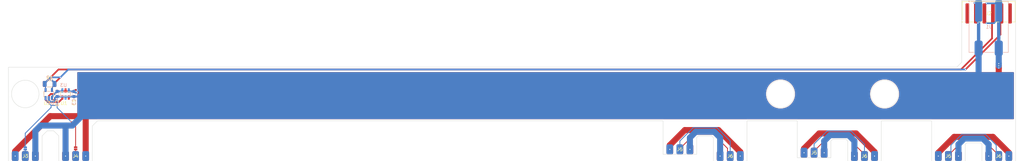
<source format=kicad_pcb>
(kicad_pcb (version 20240108) (generator "pcbnew") (generator_version "8.0")
  (layers (0 "F.Cu" signal) (31 "B.Cu" signal) (34 "B.Paste" user) (35 "F.Paste" user) (36 "B.SilkS" user "B.Silkscreen") (37 "F.SilkS" user "F.Silkscreen") (38 "B.Mask" user) (39 "F.Mask" user) (44 "Edge.Cuts" user))
  (net 0 "")
  (net 1 "GND")
  (net 2 "+12V")
  (net 3 "DATA")
  (net 4 "RS485_A")
  (net 5 "RS485_B")
  (net 6 "+5V_A")
  (net 7 "Net-(J4-Pin_2)")
  (net 8 "+5V_B")
  (net 9 "Net-(J3-Pin_2)")
  (net 10 "Net-(J5-Pin_3)")
  (net 11 "Net-(J5-Pin_2)")
  (net 12 "Net-(J5-Pin_1)")
  (footprint "Resistor_SMD:R_1206_3216Metric" (layer "F.Cu") (at -7.75 97)
    (property "Reference" "R1" (at 0 -1.82 0) (layer "F.SilkS"))
    (property "Value" "120R")
    (fp_line (start -0.727064 -0.91) (end 0.727064 -0.91) (stroke (width 0.12)) (layer "F.SilkS"))
    (fp_line (start -0.727064 0.91) (end 0.727064 0.91) (stroke (width 0.12)) (layer "F.SilkS"))
    (pad "1" smd roundrect (at -1.4625 0) (size 1.125 1.75) (layers "F.Cu" "F.Paste" "F.Mask") (roundrect_rratio 0.222222) (net 4 "RS485_A"))
    (pad "2" smd roundrect (at 1.4625 0) (size 1.125 1.75) (layers "F.Cu" "F.Paste" "F.Mask") (roundrect_rratio 0.222222) (net 5 "RS485_B"))
  )
  (footprint "local:ISL3280E" (layer "F.Cu") (at -8 100)
    (property "Reference" "U2" (at -0.5 2.75 0) (layer "F.SilkS"))
    (property "Value" "ISL3280ExHZ")
    (fp_line (start -1.525 0.725) (end -1.425 0.725) (stroke (width 0.15)) (layer "F.SilkS"))
    (fp_line (start -1.525 0.875) (end -1.525 0.725) (stroke (width 0.15)) (layer "F.SilkS"))
    (fp_line (start -1.45 -0.8) (end -1.45 0.2) (stroke (width 0.15)) (layer "F.SilkS"))
    (fp_line (start -1.425 -0.8) (end -1.45 -0.8) (stroke (width 0.15)) (layer "F.SilkS"))
    (fp_line (start -1.425 0.875) (end -1.525 0.875) (stroke (width 0.15)) (layer "F.SilkS"))
    (fp_line (start 0.475 -0.8) (end -0.475 -0.8) (stroke (width 0.15)) (layer "F.SilkS"))
    (fp_line (start 1.425 0.8) (end 1.45 0.8) (stroke (width 0.15)) (layer "F.SilkS"))
    (fp_line (start 1.45 -0.8) (end 1.425 -0.8) (stroke (width 0.15)) (layer "F.SilkS"))
    (fp_line (start 1.45 0.8) (end 1.45 -0.8) (stroke (width 0.15)) (layer "F.SilkS"))
    (pad "1" smd roundrect (at -0.95 1.2) (size 0.6 1.2) (layers "F.Cu" "F.Paste" "F.Mask") (net 6 "+5V_A"))
    (pad "2" smd roundrect (at 0 1.2) (size 0.6 1.2) (layers "F.Cu" "F.Paste" "F.Mask") (net 1 "GND"))
    (pad "3" smd roundrect (at 0.95 1.2) (size 0.6 1.2) (layers "F.Cu" "F.Paste" "F.Mask") (net 3 "DATA"))
    (pad "4" smd roundrect (at 0.95 -1.2) (size 0.6 1.2) (layers "F.Cu" "F.Paste" "F.Mask") (net 5 "RS485_B"))
    (pad "5" smd roundrect (at -0.95 -1.2) (size 0.6 1.2) (layers "F.Cu" "F.Paste" "F.Mask") (net 4 "RS485_A"))
  )
  (footprint "Capacitor_SMD:C_0603_1608Metric" (layer "F.Cu") (at -0.5 100 -90)
    (property "Reference" "C1" (at 2.5 0 90) (layer "F.SilkS"))
    (property "Value" "100n")
    (fp_line (start -0.14058 0.51) (end 0.14058 0.51) (stroke (width 0.12)) (layer "F.SilkS"))
    (fp_line (start -0.14058 -0.51) (end 0.14058 -0.51) (stroke (width 0.12)) (layer "F.SilkS"))
    (pad "1" smd roundrect (at -0.775 0 270) (size 0.9 0.95) (layers "F.Cu" "F.Paste" "F.Mask") (net 1 "GND"))
    (pad "2" smd roundrect (at 0.775 0 270) (size 0.9 0.95) (layers "F.Cu" "F.Paste" "F.Mask") (net 2 "+12V"))
  )
  (footprint "local:Jumper" (layer "F.Cu") (at 0 116.185 -90)
    (property "Reference" "JP2" (hide yes))
    (property "Value" "Jumper_2_Open" (hide yes))
    (pad "1" smd rect (at -0.315 0 270) (size 0.5 1) (layers "F.Cu" "F.Paste" "F.Mask") (net 3 "DATA"))
    (pad "2" smd rect (at 0.315 0 270) (size 0.5 1) (layers "F.Cu" "F.Paste" "F.Mask") (net 7 "Net-(J4-Pin_2)"))
  )
  (footprint "local:Harting14110413002000" (layer "F.Cu") (at 272 76)
    (property "Reference" "J2" (at 0 0 0) (layer "F.SilkS"))
    (property "Value" "har-flexicon 2,54 MSH-4")
    (fp_line (start -7.975 2.475) (end -7.825 2.475) (stroke (width 0.15)) (layer "F.SilkS"))
    (fp_line (start -7.975 2.625) (end -7.975 2.475) (stroke (width 0.15)) (layer "F.SilkS"))
    (fp_line (start -7.9 -3.55) (end -7.9 1.95) (stroke (width 0.15)) (layer "F.SilkS"))
    (fp_line (start -7.825 2.475) (end -7.825 2.625) (stroke (width 0.15)) (layer "F.SilkS"))
    (fp_line (start -7.825 2.625) (end -7.975 2.625) (stroke (width 0.15)) (layer "F.SilkS"))
    (fp_line (start -7.3 2.55) (end -7.075 2.55) (stroke (width 0.15)) (layer "F.SilkS"))
    (fp_line (start -5.625 2.55) (end -4.535 2.55) (stroke (width 0.15)) (layer "F.SilkS"))
    (fp_line (start -3.085 2.55) (end -1.995 2.55) (stroke (width 0.15)) (layer "F.SilkS"))
    (fp_line (start -0.545 2.55) (end 0.545 2.55) (stroke (width 0.15)) (layer "F.SilkS"))
    (fp_line (start 1.995 2.55) (end 3.085 2.55) (stroke (width 0.15)) (layer "F.SilkS"))
    (fp_line (start 4.535 2.55) (end 5.625 2.55) (stroke (width 0.15)) (layer "F.SilkS"))
    (fp_line (start 7.075 2.55) (end 7.9 2.55) (stroke (width 0.15)) (layer "F.SilkS"))
    (fp_line (start 7.9 -3.55) (end -7.9 -3.55) (stroke (width 0.15)) (layer "F.SilkS"))
    (fp_line (start 7.9 2.55) (end 7.9 -3.55) (stroke (width 0.15)) (layer "F.SilkS"))
    (pad "" np_thru_hole circle (at -5.08 -0.25) (size 0.9 0.9) (drill 0.9) (layers "*.Cu" "*.Mask"))
    (pad "" np_thru_hole circle (at 5.08 0.25) (size 0.9 0.9) (drill 0.9) (layers "*.Cu" "*.Mask"))
    (pad "1" smd roundrect (at -3.81 0) (size 1.1 6) (layers "F.Cu" "F.Paste" "F.Mask") (net 1 "GND"))
    (pad "2" smd roundrect (at -1.27 0) (size 1.1 6) (layers "F.Cu" "F.Paste" "F.Mask") (net 2 "+12V"))
    (pad "3" smd roundrect (at 1.27 0) (size 1.1 6) (layers "F.Cu" "F.Paste" "F.Mask") (net 4 "RS485_A"))
    (pad "4" smd roundrect (at 3.81 0) (size 1.1 6) (layers "F.Cu" "F.Paste" "F.Mask") (net 5 "RS485_B"))
    (pad "MP1" smd roundrect (at -6.35 0) (size 1.1 6) (layers "F.Cu" "F.Paste" "F.Mask"))
    (pad "MP2" smd roundrect (at 6.35 0) (size 1.1 6) (layers "F.Cu" "F.Paste" "F.Mask"))
  )
  (footprint "local:LedConnector3pin10mm" (layer "F.Cu") (at 0 118.5 180)
    (property "Reference" "J4" (at 0 0 180) (layer "F.SilkS"))
    (property "Value" "Conn_01x05_Socket")
    (pad "1" thru_hole roundrect (at -3 0 180) (size 2 3) (drill 0.3) (layers "*.Cu" "*.Mask") (net 2 "+12V"))
    (pad "2" thru_hole roundrect (at 0 0 180) (size 2 3) (drill 0.3) (layers "*.Cu" "*.Mask") (net 7 "Net-(J4-Pin_2)"))
    (pad "3" thru_hole roundrect (at 3 0 180) (size 2 3) (drill 0.3) (layers "*.Cu" "*.Mask") (net 1 "GND"))
  )
  (footprint "local:LedConnector" (layer "F.Cu") (at 235 118.5 180)
    (property "Reference" "J6" (at 0 0 0) (layer "F.SilkS"))
    (property "Value" "Conn_01x05_Socket")
    (pad "1" thru_hole roundrect (at -3 0 180) (size 2 3) (drill 0.3) (layers "*.Cu" "*.Mask"))
    (pad "2" thru_hole roundrect (at 0 0 180) (size 2 3) (drill 0.3) (layers "*.Cu" "*.Mask"))
    (pad "3" thru_hole roundrect (at 3 0 180) (size 2 3) (drill 0.3) (layers "*.Cu" "*.Mask"))
  )
  (footprint "local:LedConnector3pin10mm" (layer "F.Cu") (at 260 118.5)
    (property "Reference" "J5" (at 0 0 0) (layer "F.SilkS"))
    (property "Value" "Conn_01x05_Socket")
    (pad "1" thru_hole roundrect (at -3 0) (size 2 3) (drill 0.3) (layers "*.Cu" "*.Mask") (net 12 "Net-(J5-Pin_1)"))
    (pad "2" thru_hole roundrect (at 0 0) (size 2 3) (drill 0.3) (layers "*.Cu" "*.Mask") (net 11 "Net-(J5-Pin_2)"))
    (pad "3" thru_hole roundrect (at 3 0) (size 2 3) (drill 0.3) (layers "*.Cu" "*.Mask") (net 10 "Net-(J5-Pin_3)"))
  )
  (footprint "local:LedConnector" (layer "F.Cu") (at 180 116.5)
    (property "Reference" "J5" (at 0 0 0) (layer "F.SilkS"))
    (property "Value" "Conn_01x05_Socket")
    (pad "1" thru_hole roundrect (at -3 0) (size 2 3) (drill 0.3) (layers "*.Cu" "*.Mask"))
    (pad "2" thru_hole roundrect (at 0 0) (size 2 3) (drill 0.3) (layers "*.Cu" "*.Mask"))
    (pad "3" thru_hole roundrect (at 3 0) (size 2 3) (drill 0.3) (layers "*.Cu" "*.Mask"))
  )
  (footprint "local:LedConnector3pin10mm" (layer "F.Cu") (at 275 118.5 180)
    (property "Reference" "J6" (at 0 0 180) (layer "F.SilkS"))
    (property "Value" "Conn_01x05_Socket")
    (pad "1" thru_hole roundrect (at -3 0 180) (size 2 3) (drill 0.3) (layers "*.Cu" "*.Mask") (net 12 "Net-(J5-Pin_1)"))
    (pad "2" thru_hole roundrect (at 0 0 180) (size 2 3) (drill 0.3) (layers "*.Cu" "*.Mask") (net 11 "Net-(J5-Pin_2)"))
    (pad "3" thru_hole roundrect (at 3 0 180) (size 2 3) (drill 0.3) (layers "*.Cu" "*.Mask") (net 10 "Net-(J5-Pin_3)"))
  )
  (footprint "local:TLV760" (layer "F.Cu") (at -3 100)
    (property "Reference" "U1" (at -0.5 2.75 0) (layer "F.SilkS"))
    (property "Value" "TLV76050")
    (fp_line (start -1.525 0.575) (end -1.425 0.575) (stroke (width 0.15)) (layer "F.SilkS"))
    (fp_line (start -1.525 0.725) (end -1.525 0.575) (stroke (width 0.15)) (layer "F.SilkS"))
    (fp_line (start -1.45 -0.65) (end -1.45 0.05) (stroke (width 0.15)) (layer "F.SilkS"))
    (fp_line (start -1.425 0.725) (end -1.525 0.725) (stroke (width 0.15)) (layer "F.SilkS"))
    (fp_line (start -0.475 -0.65) (end -1.45 -0.65) (stroke (width 0.15)) (layer "F.SilkS"))
    (fp_line (start -0.475 0.65) (end 0.475 0.65) (stroke (width 0.15)) (layer "F.SilkS"))
    (fp_line (start 1.425 0.65) (end 1.45 0.65) (stroke (width 0.15)) (layer "F.SilkS"))
    (fp_line (start 1.45 -0.65) (end 0.475 -0.65) (stroke (width 0.15)) (layer "F.SilkS"))
    (fp_line (start 1.45 0.65) (end 1.45 -0.65) (stroke (width 0.15)) (layer "F.SilkS"))
    (pad "1" smd roundrect (at -0.95 1.05) (size 0.6 1.3) (layers "F.Cu" "F.Paste" "F.Mask") (net 6 "+5V_A"))
    (pad "2" smd roundrect (at 0.95 1.05) (size 0.6 1.3) (layers "F.Cu" "F.Paste" "F.Mask") (net 2 "+12V"))
    (pad "3" smd roundrect (at 0 -1.05) (size 0.6 1.3) (layers "F.Cu" "F.Paste" "F.Mask") (net 1 "GND"))
  )
  (footprint "local:LedConnector3pin10mm" (layer "F.Cu") (at -15 118.5)
    (property "Reference" "J3" (at 0 0 0) (layer "F.SilkS"))
    (property "Value" "Conn_01x05_Socket")
    (pad "1" thru_hole roundrect (at -3 0) (size 2 3) (drill 0.3) (layers "*.Cu" "*.Mask") (net 2 "+12V"))
    (pad "2" thru_hole roundrect (at 0 0) (size 2 3) (drill 0.3) (layers "*.Cu" "*.Mask") (net 9 "Net-(J3-Pin_2)"))
    (pad "3" thru_hole roundrect (at 3 0) (size 2 3) (drill 0.3) (layers "*.Cu" "*.Mask") (net 1 "GND"))
  )
  (footprint "Capacitor_SMD:C_0603_1608Metric" (layer "F.Cu") (at -5.5 100 90)
    (property "Reference" "C2" (at -2.7 0 90) (layer "F.SilkS"))
    (property "Value" "100n")
    (fp_line (start -0.14058 -0.51) (end 0.14058 -0.51) (stroke (width 0.12)) (layer "F.SilkS"))
    (fp_line (start -0.14058 0.51) (end 0.14058 0.51) (stroke (width 0.12)) (layer "F.SilkS"))
    (pad "1" smd roundrect (at -0.775 0 90) (size 0.9 0.95) (layers "F.Cu" "F.Paste" "F.Mask") (net 6 "+5V_A"))
    (pad "2" smd roundrect (at 0.775 0 90) (size 0.9 0.95) (layers "F.Cu" "F.Paste" "F.Mask") (net 1 "GND"))
  )
  (footprint "local:LedConnector" (layer "F.Cu") (at 220 117.5)
    (property "Reference" "J5" (at 0 0 0) (layer "F.SilkS"))
    (property "Value" "Conn_01x05_Socket")
    (pad "1" thru_hole roundrect (at -3 0) (size 2 3) (drill 0.3) (layers "*.Cu" "*.Mask"))
    (pad "2" thru_hole roundrect (at 0 0) (size 2 3) (drill 0.3) (layers "*.Cu" "*.Mask"))
    (pad "3" thru_hole roundrect (at 3 0) (size 2 3) (drill 0.3) (layers "*.Cu" "*.Mask"))
  )
  (footprint "local:LedConnector" (layer "F.Cu") (at 195 118.5 180)
    (property "Reference" "J6" (at 0 0 0) (layer "F.SilkS"))
    (property "Value" "Conn_01x05_Socket")
    (pad "1" thru_hole roundrect (at -3 0 180) (size 2 3) (drill 0.3) (layers "*.Cu" "*.Mask"))
    (pad "2" thru_hole roundrect (at 0 0 180) (size 2 3) (drill 0.3) (layers "*.Cu" "*.Mask"))
    (pad "3" thru_hole roundrect (at 3 0 180) (size 2 3) (drill 0.3) (layers "*.Cu" "*.Mask"))
  )
  (footprint "local:WAGO2061-602" (layer "B.Cu") (at 272 80)
    (property "Reference" "J1" (at 0 0 0) (layer "B.SilkS") (effects (justify mirror)))
    (property "Value" "WAGO 2061-602")
    (fp_line (start -5.925 -7.675) (end -5.775 -7.675) (stroke (width 0.15)) (layer "B.SilkS"))
    (fp_line (start -5.925 -7.525) (end -5.925 -7.675) (stroke (width 0.15)) (layer "B.SilkS"))
    (fp_line (start -5.85 -7) (end -5.85 7.6) (stroke (width 0.15)) (layer "B.SilkS"))
    (fp_line (start -5.85 7.6) (end -4.375 7.6) (stroke (width 0.15)) (layer "B.SilkS"))
    (fp_line (start -5.775 -7.675) (end -5.775 -7.525) (stroke (width 0.15)) (layer "B.SilkS"))
    (fp_line (start -5.775 -7.525) (end -5.925 -7.525) (stroke (width 0.15)) (layer "B.SilkS"))
    (fp_line (start -4.225 -7.6) (end -5.25 -7.6) (stroke (width 0.15)) (layer "B.SilkS"))
    (fp_line (start -1.625 7.6) (end 1.625 7.6) (stroke (width 0.15)) (layer "B.SilkS"))
    (fp_line (start 1.775 -7.6) (end -1.775 -7.6) (stroke (width 0.15)) (layer "B.SilkS"))
    (fp_line (start 4.375 7.6) (end 5.85 7.6) (stroke (width 0.15)) (layer "B.SilkS"))
    (fp_line (start 5.85 -7.6) (end 4.225 -7.6) (stroke (width 0.15)) (layer "B.SilkS"))
    (fp_line (start 5.85 7.6) (end 5.85 -7.6) (stroke (width 0.15)) (layer "B.SilkS"))
    (pad "1" smd roundrect (at -3 -4.75) (size 2.1 6.5) (layers "B.Cu" "B.Paste" "B.Mask") (net 1 "GND"))
    (pad "1" smd roundrect (at -3 6.35) (size 2.4 4.5) (layers "B.Cu" "B.Paste" "B.Mask") (net 1 "GND"))
    (pad "2" smd roundrect (at 3 -4.75) (size 2.1 6.5) (layers "B.Cu" "B.Paste" "B.Mask") (net 2 "+12V"))
    (pad "2" smd roundrect (at 3 6.35) (size 2.4 4.5) (layers "B.Cu" "B.Paste" "B.Mask") (net 2 "+12V"))
  )
  (footprint "Resistor_SMD:R_1206_3216Metric" (layer "B.Cu") (at -7.75 97 180)
    (property "Reference" "R2" (at 0 1.82 0) (layer "B.SilkS") (effects (justify mirror)))
    (property "Value" "120R")
    (fp_line (start 0.727064 0.91) (end -0.727064 0.91) (stroke (width 0.12)) (layer "B.SilkS"))
    (fp_line (start 0.727064 -0.91) (end -0.727064 -0.91) (stroke (width 0.12)) (layer "B.SilkS"))
    (pad "1" smd roundrect (at -1.4625 0 180) (size 1.125 1.75) (layers "B.Cu" "B.Paste" "B.Mask") (roundrect_rratio 0.222222) (net 4 "RS485_A"))
    (pad "2" smd roundrect (at 1.4625 0 180) (size 1.125 1.75) (layers "B.Cu" "B.Paste" "B.Mask") (roundrect_rratio 0.222222) (net 5 "RS485_B"))
  )
  (footprint "local:TLV760" (layer "B.Cu") (at -3 100)
    (property "Reference" "U3" (at -0.6 -2.6 0) (layer "B.SilkS") (effects (justify mirror)))
    (property "Value" "TLV76050")
    (fp_line (start -1.525 -0.725) (end -1.425 -0.725) (stroke (width 0.15)) (layer "B.SilkS"))
    (fp_line (start -1.525 -0.575) (end -1.525 -0.725) (stroke (width 0.15)) (layer "B.SilkS"))
    (fp_line (start -1.45 -0.05) (end -1.45 0.65) (stroke (width 0.15)) (layer "B.SilkS"))
    (fp_line (start -1.45 0.65) (end -0.475 0.65) (stroke (width 0.15)) (layer "B.SilkS"))
    (fp_line (start -1.425 -0.575) (end -1.525 -0.575) (stroke (width 0.15)) (layer "B.SilkS"))
    (fp_line (start 0.475 -0.65) (end -0.475 -0.65) (stroke (width 0.15)) (layer "B.SilkS"))
    (fp_line (start 0.475 0.65) (end 1.45 0.65) (stroke (width 0.15)) (layer "B.SilkS"))
    (fp_line (start 1.45 -0.65) (end 1.425 -0.65) (stroke (width 0.15)) (layer "B.SilkS"))
    (fp_line (start 1.45 0.65) (end 1.45 -0.65) (stroke (width 0.15)) (layer "B.SilkS"))
    (pad "1" smd roundrect (at -0.95 -1.05) (size 0.6 1.3) (layers "B.Cu" "B.Paste" "B.Mask") (net 8 "+5V_B"))
    (pad "2" smd roundrect (at 0.95 -1.05) (size 0.6 1.3) (layers "B.Cu" "B.Paste" "B.Mask") (net 2 "+12V"))
    (pad "3" smd roundrect (at 0 1.05) (size 0.6 1.3) (layers "B.Cu" "B.Paste" "B.Mask") (net 1 "GND"))
  )
  (footprint "Capacitor_SMD:C_0603_1608Metric" (layer "B.Cu") (at -0.5 100 90)
    (property "Reference" "C3" (at -2.4 0 90) (layer "B.SilkS") (effects (justify mirror)))
    (property "Value" "100n")
    (fp_line (start 0.14058 -0.51) (end -0.14058 -0.51) (stroke (width 0.12)) (layer "B.SilkS"))
    (fp_line (start 0.14058 0.51) (end -0.14058 0.51) (stroke (width 0.12)) (layer "B.SilkS"))
    (pad "1" smd roundrect (at -0.775 0 90) (size 0.9 0.95) (layers "B.Cu" "B.Paste" "B.Mask") (net 1 "GND"))
    (pad "2" smd roundrect (at 0.775 0 90) (size 0.9 0.95) (layers "B.Cu" "B.Paste" "B.Mask") (net 2 "+12V"))
  )
  (footprint "local:ISL3280E" (layer "B.Cu") (at -8 100 180)
    (property "Reference" "U4" (at -0.7 -2.7 0) (layer "B.SilkS") (effects (justify mirror)))
    (property "Value" "ISL3280ExHZ")
    (fp_line (start 1.45 0.8) (end 1.45 -0.8) (stroke (width 0.15)) (layer "B.SilkS"))
    (fp_line (start 1.45 -0.8) (end 1.425 -0.8) (stroke (width 0.15)) (layer "B.SilkS"))
    (fp_line (start 1.425 0.8) (end 1.45 0.8) (stroke (width 0.15)) (layer "B.SilkS"))
    (fp_line (start -0.475 0.8) (end 0.475 0.8) (stroke (width 0.15)) (layer "B.SilkS"))
    (fp_line (start -1.425 -0.725) (end -1.525 -0.725) (stroke (width 0.15)) (layer "B.SilkS"))
    (fp_line (start -1.45 0.8) (end -1.425 0.8) (stroke (width 0.15)) (layer "B.SilkS"))
    (fp_line (start -1.45 -0.2) (end -1.45 0.8) (stroke (width 0.15)) (layer "B.SilkS"))
    (fp_line (start -1.525 -0.725) (end -1.525 -0.875) (stroke (width 0.15)) (layer "B.SilkS"))
    (fp_line (start -1.525 -0.875) (end -1.425 -0.875) (stroke (width 0.15)) (layer "B.SilkS"))
    (pad "1" smd roundrect (at -0.95 -1.2 180) (size 0.6 1.2) (layers "B.Cu" "B.Paste" "B.Mask") (net 8 "+5V_B"))
    (pad "2" smd roundrect (at 0 -1.2 180) (size 0.6 1.2) (layers "B.Cu" "B.Paste" "B.Mask") (net 1 "GND"))
    (pad "3" smd roundrect (at 0.95 -1.2 180) (size 0.6 1.2) (layers "B.Cu" "B.Paste" "B.Mask") (net 3 "DATA"))
    (pad "4" smd roundrect (at 0.95 1.2 180) (size 0.6 1.2) (layers "B.Cu" "B.Paste" "B.Mask") (net 5 "RS485_B"))
    (pad "5" smd roundrect (at -0.95 1.2 180) (size 0.6 1.2) (layers "B.Cu" "B.Paste" "B.Mask") (net 4 "RS485_A"))
  )
  (footprint "local:Jumper" (layer "B.Cu") (at -15 116.215 -90)
    (property "Reference" "JP1" (hide yes))
    (property "Value" "Jumper_2_Open" (hide yes))
    (pad "1" smd rect (at -0.315 0 270) (size 0.5 1) (layers "B.Cu" "B.Paste" "B.Mask") (net 3 "DATA"))
    (pad "2" smd rect (at 0.315 0 270) (size 0.5 1) (layers "B.Cu" "B.Paste" "B.Mask") (net 9 "Net-(J3-Pin_2)"))
  )
  (footprint "Capacitor_SMD:C_0603_1608Metric" (layer "B.Cu") (at -5.5 100 -90)
    (property "Reference" "C4" (at 2.7 0 90) (layer "B.SilkS") (effects (justify mirror)))
    (property "Value" "100n")
    (fp_line (start 0.14058 0.51) (end -0.14058 0.51) (stroke (width 0.12)) (layer "B.SilkS"))
    (fp_line (start 0.14058 -0.51) (end -0.14058 -0.51) (stroke (width 0.12)) (layer "B.SilkS"))
    (pad "1" smd roundrect (at -0.775 0 270) (size 0.9 0.95) (layers "B.Cu" "B.Paste" "B.Mask") (net 8 "+5V_B"))
    (pad "2" smd roundrect (at 0.775 0 270) (size 0.9 0.95) (layers "B.Cu" "B.Paste" "B.Mask") (net 1 "GND"))
  )
  (gr_poly (pts (xy -10 120) (xy -10 112.5) (xy -8.5 111) (xy -6.5 111) (xy -5 112.5) (xy -5 120) (xy 5 120) (xy 5 109.5) (xy 6.5 108) (xy 175 108) (xy 175 118) (xy 185 118) (xy 185 113) (xy 185.5 112.5) (xy 189.5 112.5) (xy 190 113) (xy 190 120) (xy 200 120) (xy 200 108) (xy 215 108) (xy 215 119) (xy 225 119) (xy 225 114) (xy 225.5 113.5) (xy 229.5 113.5) (xy 230 114) (xy 230 120) (xy 240 120) (xy 240 108) (xy 255 108) (xy 255 120) (xy 265 120) (xy 265 115) (xy 265.5 114.5) (xy 269.5 114.5) (xy 270 115) (xy 270 120) (xy 280 120) (xy 280 72.05) (xy 264 72.05) (xy 264 90.5) (xy 262.5 92) (xy -20 92) (xy -20 120)) (stroke (width 0.1)) (fill none) (layer "Edge.Cuts"))
  (gr_circle (center -15 100) (end -10.9 100) (stroke (width 0.1)) (fill none) (layer "Edge.Cuts"))
  (gr_circle (center 241 100) (end 245.1 100) (stroke (width 0.1)) (fill none) (layer "Edge.Cuts"))
  (gr_circle (center 210 100) (end 214.1 100) (stroke (width 0.1)) (fill none) (layer "Edge.Cuts"))
  (segment (start 221.5 111.75) (end 232.5 111.75) (width 1.8) (layer "F.Cu") (net 0))
  (segment (start 177 115.25) (end 181.5 110.75) (width 1.8) (layer "F.Cu") (net 0))
  (segment (start 217 116.25) (end 221.5 111.75) (width 1.8) (layer "F.Cu") (net 0))
  (segment (start 181.5 110.75) (end 191.5 110.75) (width 1.8) (layer "F.Cu") (net 0))
  (segment (start 180 116.5) (end 180 116.3) (width 0.25) (layer "F.Cu") (net 0))
  (segment (start 198 117.25) (end 198 118.5) (width 1.8) (layer "F.Cu") (net 0))
  (segment (start 217 117.5) (end 217 116.25) (width 1.8) (layer "F.Cu") (net 0))
  (segment (start 180 116.3) (end 184.3 112) (width 0.25) (layer "F.Cu") (net 0))
  (segment (start 191.5 110.75) (end 198 117.25) (width 1.8) (layer "F.Cu") (net 0))
  (segment (start 194.2 116.2) (end 194.2 117.7) (width 0.25) (layer "F.Cu") (net 0))
  (segment (start 220 117.5) (end 220 117) (width 0.25) (layer "F.Cu") (net 0))
  (segment (start 235 118) (end 235 118.5) (width 0.25) (layer "F.Cu") (net 0))
  (segment (start 238 117.25) (end 238 118.5) (width 1.8) (layer "F.Cu") (net 0))
  (segment (start 194.2 117.7) (end 195 118.5) (width 0.25) (layer "F.Cu") (net 0))
  (segment (start 177 116.5) (end 177 115.25) (width 1.8) (layer "F.Cu") (net 0))
  (segment (start 232.5 111.75) (end 238 117.25) (width 1.8) (layer "F.Cu") (net 0))
  (segment (start 224 113) (end 230 113) (width 0.25) (layer "F.Cu") (net 0))
  (segment (start 190 112) (end 194.2 116.2) (width 0.25) (layer "F.Cu") (net 0))
  (segment (start 184.3 112) (end 190 112) (width 0.25) (layer "F.Cu") (net 0))
  (segment (start 220 117) (end 224 113) (width 0.25) (layer "F.Cu") (net 0))
  (segment (start 230 113) (end 235 118) (width 0.25) (layer "F.Cu") (net 0))
  (segment (start 192 113) (end 192 118.5) (width 1.8) (layer "B.Cu") (net 0))
  (segment (start 195 114) (end 195 118.5) (width 0.25) (layer "B.Cu") (net 0))
  (segment (start 183 113) (end 184.75 111.25) (width 1.8) (layer "B.Cu") (net 0))
  (segment (start 224.75 112.25) (end 230.25 112.25) (width 1.8) (layer "B.Cu") (net 0))
  (segment (start 230.25 112.25) (end 232 114) (width 1.8) (layer "B.Cu") (net 0))
  (segment (start 231 111) (end 235 115) (width 0.25) (layer "B.Cu") (net 0))
  (segment (start 183 116.5) (end 183 113) (width 1.8) (layer "B.Cu") (net 0))
  (segment (start 180 116.5) (end 180 114) (width 0.25) (layer "B.Cu") (net 0))
  (segment (start 190.25 111.25) (end 192 113) (width 1.8) (layer "B.Cu") (net 0))
  (segment (start 220 114.875) (end 223.875 111) (width 0.25) (layer "B.Cu") (net 0))
  (segment (start 223.875 111) (end 231 111) (width 0.25) (layer "B.Cu") (net 0))
  (segment (start 232 114) (end 232 118.5) (width 1.8) (layer "B.Cu") (net 0))
  (segment (start 223 114) (end 224.75 112.25) (width 1.8) (layer "B.Cu") (net 0))
  (segment (start 223 117.5) (end 223 114) (width 1.8) (layer "B.Cu") (net 0))
  (segment (start 180 114) (end 184 110) (width 0.25) (layer "B.Cu") (net 0))
  (segment (start 184.75 111.25) (end 190.25 111.25) (width 1.8) (layer "B.Cu") (net 0))
  (segment (start 235 115) (end 235 118.5) (width 0.25) (layer "B.Cu") (net 0))
  (segment (start 191 110) (end 195 114) (width 0.25) (layer "B.Cu") (net 0))
  (segment (start 184 110) (end 191 110) (width 0.25) (layer "B.Cu") (net 0))
  (segment (start 220 117.5) (end 220 114.875) (width 0.25) (layer "B.Cu") (net 0))
  (segment (start -8 100.6) (end -7.4 100) (width 0.5) (layer "F.Cu") (net 1))
  (segment (start 268.19 78.29) (end 268.19 76) (width 0.5) (layer "F.Cu") (net 1))
  (segment (start -0.5 99.225) (end -2.725 99.225) (width 0.5) (layer "F.Cu") (net 1))
  (segment (start -8 101.2) (end -8 100.6) (width 0.5) (layer "F.Cu") (net 1))
  (segment (start -3.275 99.225) (end -3 98.95) (width 0.5) (layer "F.Cu") (net 1))
  (segment (start 0.5 98.8) (end -0.075 98.8) (width 0.5) (layer "F.Cu") (net 1))
  (segment (start 268.19 73.29) (end 268.19 76) (width 0.5) (layer "F.Cu") (net 1))
  (segment (start 267.8 72.9) (end 268.19 73.29) (width 0.5) (layer "F.Cu") (net 1))
  (segment (start 268.8 78.9) (end 268.19 78.29) (width 0.5) (layer "F.Cu") (net 1))
  (segment (start -6.275 100) (end -5.5 99.225) (width 0.5) (layer "F.Cu") (net 1))
  (segment (start -7.4 100) (end -6.275 100) (width 0.5) (layer "F.Cu") (net 1))
  (segment (start -2.725 99.225) (end -3 98.95) (width 0.5) (layer "F.Cu") (net 1))
  (segment (start -5.5 99.225) (end -3.275 99.225) (width 0.5) (layer "F.Cu") (net 1))
  (segment (start -0.075 98.8) (end -0.5 99.225) (width 0.5) (layer "F.Cu") (net 1))
  (via (at 267.8 72.9) (size 0.5) (drill 0.3) (layers "F.Cu" "B.Cu") (net 1))
  (via (at 268.8 78.9) (size 0.5) (drill 0.3) (layers "F.Cu" "B.Cu") (net 1))
  (via (at 0.5 98.8) (size 0.5) (drill 0.3) (layers "F.Cu" "B.Cu") (net 1))
  (segment (start -3 109.45) (end -2.95 109.4) (width 1.8) (layer "B.Cu") (net 1))
  (segment (start -5.5 100.775) (end -3.275 100.775) (width 0.5) (layer "B.Cu") (net 1))
  (segment (start -12 111) (end -10.4 109.4) (width 1.8) (layer "B.Cu") (net 1))
  (segment (start 268.4 72.9) (end 267.8 72.9) (width 0.5) (layer "B.Cu") (net 1))
  (segment (start -6.2 102) (end -6.5 102.3) (width 0.5) (layer "B.Cu") (net 1))
  (segment (start 269 78.7) (end 269 75.25) (width 0.5) (layer "B.Cu") (net 1))
  (segment (start 269 86.35) (end 269 94.55) (width 1.8) (layer "B.Cu") (net 1))
  (segment (start -8 101.8) (end -7.5 102.3) (width 0.5) (layer "B.Cu") (net 1))
  (segment (start -2.725 100.775) (end -3 101.05) (width 0.5) (layer "B.Cu") (net 1))
  (segment (start -1 109.4) (end 1.8 106.6) (width 1.8) (layer "B.Cu") (net 1))
  (segment (start 269 75.25) (end 269 86.35) (width 1) (layer "B.Cu") (net 1))
  (segment (start -6.2 101.2) (end -5.775 100.775) (width 0.5) (layer "B.Cu") (net 1))
  (segment (start -10.4 109.4) (end -2.95 109.4) (width 1.8) (layer "B.Cu") (net 1))
  (segment (start -0.5 100.775) (end 1.275 100.775) (width 0.5) (layer "B.Cu") (net 1))
  (segment (start -5.775 100.775) (end -5.5 100.775) (width 0.5) (layer "B.Cu") (net 1))
  (segment (start -3 118.5) (end -3 109.45) (width 1.8) (layer "B.Cu") (net 1))
  (segment (start -0.5 100.775) (end -2.725 100.775) (width 0.5) (layer "B.Cu") (net 1))
  (segment (start 269 75.25) (end 269 73.5) (width 0.5) (layer "B.Cu") (net 1))
  (segment (start 268.8 78.9) (end 269 78.7) (width 0.5) (layer "B.Cu") (net 1))
  (segment (start 0.5 98.8) (end 1.3 98.8) (width 0.5) (layer "B.Cu") (net 1))
  (segment (start -12 118.5) (end -12 111) (width 1.8) (layer "B.Cu") (net 1))
  (segment (start -2.95 109.4) (end -1 109.4) (width 1.8) (layer "B.Cu") (net 1))
  (segment (start -8 101.2) (end -8 101.8) (width 0.5) (layer "B.Cu") (net 1))
  (segment (start 269 73.5) (end 268.4 72.9) (width 0.5) (layer "B.Cu") (net 1))
  (segment (start -7.5 102.3) (end -6.5 102.3) (width 0.5) (layer "B.Cu") (net 1))
  (segment (start -3.275 100.775) (end -3 101.05) (width 0.5) (layer "B.Cu") (net 1))
  (segment (start -6.2 102) (end -6.2 101.2) (width 0.5) (layer "B.Cu") (net 1))
  (segment (start 3 106.75) (end 3 118.5) (width 1.8) (layer "F.Cu") (net 2))
  (segment (start 275 91.6) (end 275 92.25) (width 1.8) (layer "F.Cu") (net 2))
  (segment (start -18 118.5) (end -18 117.05) (width 1.8) (layer "F.Cu") (net 2))
  (segment (start -1.775 100.775) (end -2.05 101.05) (width 0.5) (layer "F.Cu") (net 2))
  (segment (start 271.3 78.9) (end 270.73 78.33) (width 0.5) (layer "F.Cu") (net 2))
  (segment (start 271.3 73) (end 270.73 73.57) (width 0.5) (layer "F.Cu") (net 2))
  (segment (start 2.85 106.6) (end 3 106.75) (width 1.8) (layer "F.Cu") (net 2))
  (segment (start -0.5 100.775) (end -1.775 100.775) (width 0.5) (layer "F.Cu") (net 2))
  (segment (start 275 92.25) (end 275 94.6) (width 1.8) (layer "F.Cu") (net 2))
  (segment (start -7.55 106.6) (end 2.85 106.6) (width 1.8) (layer "F.Cu") (net 2))
  (segment (start 270.73 73.57) (end 270.73 76) (width 0.5) (layer "F.Cu") (net 2))
  (segment (start -18 117.05) (end -7.55 106.6) (width 1.8) (layer "F.Cu") (net 2))
  (segment (start 270.73 78.33) (end 270.73 76) (width 0.5) (layer "F.Cu") (net 2))
  (segment (start -0.5 100.775) (end 1.275 100.775) (width 0.5) (layer "F.Cu") (net 2))
  (via (at 275 90.95) (size 0.5) (drill 0.3) (layers "F.Cu" "B.Cu") (net 2))
  (via (at 271.3 73) (size 0.5) (drill 0.3) (layers "F.Cu" "B.Cu") (net 2))
  (via (at 275 91.6) (size 0.5) (drill 0.3) (layers "F.Cu" "B.Cu") (net 2))
  (via (at 275 92.25) (size 0.5) (drill 0.3) (layers "F.Cu" "B.Cu") (net 2))
  (via (at 271.3 78.9) (size 0.5) (drill 0.3) (layers "F.Cu" "B.Cu") (net 2))
  (via (at 0.5 99.6) (size 0.5) (drill 0.3) (layers "F.Cu" "B.Cu") (net 2))
  (segment (start 275 73.4) (end 274.6 73) (width 0.5) (layer "B.Cu") (net 2))
  (segment (start 275 75.25) (end 275 86.35) (width 1) (layer "B.Cu") (net 2))
  (segment (start 275 77.5) (end 273.6 78.9) (width 0.5) (layer "B.Cu") (net 2))
  (segment (start -0.475 99.225) (end -0.5 99.225) (width 0.5) (layer "B.Cu") (net 2))
  (segment (start -0.5 99.225) (end -1.775 99.225) (width 0.5) (layer "B.Cu") (net 2))
  (segment (start 274.6 73) (end 271.3 73) (width 0.5) (layer "B.Cu") (net 2))
  (segment (start 275 90.95) (end 275 91.6) (width 1.8) (layer "B.Cu") (net 2))
  (segment (start 275 75.25) (end 275 73.4) (width 0.5) (layer "B.Cu") (net 2))
  (segment (start 275 86.35) (end 275 90.95) (width 1.8) (layer "B.Cu") (net 2))
  (segment (start 273.6 78.9) (end 271.3 78.9) (width 0.5) (layer "B.Cu") (net 2))
  (segment (start -0.1 99.6) (end -0.475 99.225) (width 0.5) (layer "B.Cu") (net 2))
  (segment (start 275 75.25) (end 275 77.5) (width 0.5) (layer "B.Cu") (net 2))
  (segment (start -1.775 99.225) (end -2.05 98.95) (width 0.5) (layer "B.Cu") (net 2))
  (segment (start 0.5 99.6) (end -0.1 99.6) (width 0.5) (layer "B.Cu") (net 2))
  (segment (start 0 115.87) (end 0 109.6) (width 0.25) (layer "F.Cu") (net 3))
  (segment (start -6.8 101.725) (end -5.525 101.725) (width 0.25) (layer "F.Cu") (net 3))
  (segment (start -5.525 101.725) (end -5.5 101.7) (width 0.25) (layer "F.Cu") (net 3))
  (segment (start 0 109.6) (end -1.6 108) (width 0.25) (layer "F.Cu") (net 3))
  (segment (start -7.05 101.2) (end -7.05 101.475) (width 0.25) (layer "F.Cu") (net 3))
  (segment (start -7.05 101.475) (end -6.8 101.725) (width 0.25) (layer "F.Cu") (net 3))
  (via (at -1.6 108) (size 0.5) (drill 0.3) (layers "F.Cu" "B.Cu") (net 3))
  (via (at -5.5 101.7) (size 0.5) (drill 0.3) (layers "F.Cu" "B.Cu") (net 3))
  (segment (start -7.3 103.4) (end -5.5 103.4) (width 0.25) (layer "B.Cu") (net 3))
  (segment (start -7.3 103.4) (end -7.3 104) (width 0.25) (layer "B.Cu") (net 3))
  (segment (start -7.3 103.4) (end -8.95 101.75) (width 0.25) (layer "B.Cu") (net 3))
  (segment (start -5.5 104.1) (end -1.6 108) (width 0.25) (layer "B.Cu") (net 3))
  (segment (start -8.95 101.75) (end -8.95 101.2) (width 0.25) (layer "B.Cu") (net 3))
  (segment (start -5.5 103.4) (end -5.5 104.1) (width 0.25) (layer "B.Cu") (net 3))
  (segment (start -15 115.9) (end -15 111.7) (width 0.25) (layer "B.Cu") (net 3))
  (segment (start -7.3 104) (end -7.4 104.1) (width 0.25) (layer "B.Cu") (net 3))
  (segment (start -5.5 101.7) (end -5.5 103.4) (width 0.25) (layer "B.Cu") (net 3))
  (segment (start -15 111.7) (end -7.4 104.1) (width 0.25) (layer "B.Cu") (net 3))
  (segment (start -7.703125 95.296875) (end -9.2125 96.80625) (width 0.5) (layer "F.Cu") (net 4))
  (segment (start 273 83.45) (end 263.75 92.7) (width 0.5) (layer "F.Cu") (net 4))
  (segment (start -5.10625 92.7) (end -7.703125 95.296875) (width 0.5) (layer "F.Cu") (net 4))
  (segment (start -7.2 95.8) (end -7.703125 95.296875) (width 0.5) (layer "F.Cu") (net 4))
  (segment (start 263.75 92.7) (end -5.10625 92.7) (width 0.5) (layer "F.Cu") (net 4))
  (segment (start -9.2125 96.80625) (end -9.2125 97) (width 0.5) (layer "F.Cu") (net 4))
  (segment (start 273 76.27) (end 273 83.45) (width 0.5) (layer "F.Cu") (net 4))
  (segment (start -8.95 98.8) (end -8.95 97.2625) (width 0.25) (layer "F.Cu") (net 4))
  (segment (start 273.27 76) (end 273 76.27) (width 0.5) (layer "F.Cu") (net 4))
  (segment (start -8.95 97.2625) (end -9.2125 97) (width 0.25) (layer "F.Cu") (net 4))
  (via (at -7.2 95.8) (size 0.5) (drill 0.3) (layers "F.Cu" "B.Cu") (net 4))
  (segment (start -7.2 95.8) (end -6.3 96.7) (width 0.5) (layer "B.Cu") (net 4))
  (segment (start -6.3 96.9875) (end -6.2875 97) (width 0.5) (layer "B.Cu") (net 4))
  (segment (start -6.9 98.65) (end -6.9 97.9) (width 0.25) (layer "B.Cu") (net 4))
  (segment (start -6.9 97.9) (end -6.4 97.4) (width 0.25) (layer "B.Cu") (net 4))
  (segment (start -7.05 98.8) (end -6.9 98.65) (width 0.25) (layer "B.Cu") (net 4))
  (segment (start -6.3 96.7) (end -6.3 96.9875) (width 0.5) (layer "B.Cu") (net 4))
  (segment (start 265.1 92.7) (end 275.5 82.3) (width 0.5) (layer "F.Cu") (net 5))
  (segment (start -6.2875 96.7875) (end -6.2875 97) (width 0.5) (layer "F.Cu") (net 5))
  (segment (start -6.9 98.65) (end -6.9 97.9) (width 0.25) (layer "F.Cu") (net 5))
  (segment (start 275.5 82.3) (end 275.5 76.31) (width 0.5) (layer "F.Cu") (net 5))
  (segment (start -6.2875 97.2875) (end -6.2875 97) (width 0.25) (layer "F.Cu") (net 5))
  (segment (start -7.05 98.8) (end -6.9 98.65) (width 0.25) (layer "F.Cu") (net 5))
  (segment (start 275.5 76.31) (end 275.81 76) (width 0.5) (layer "F.Cu") (net 5))
  (segment (start -6.9 97.9) (end -6.2875 97.2875) (width 0.25) (layer "F.Cu") (net 5))
  (segment (start -4.55 95.05) (end -6.2875 96.7875) (width 0.5) (layer "F.Cu") (net 5))
  (via (at 265.1 92.7) (size 0.5) (drill 0.3) (layers "F.Cu" "B.Cu") (net 5))
  (via (at -4.55 95.05) (size 0.5) (drill 0.3) (layers "F.Cu" "B.Cu") (net 5))
  (segment (start -8.95 97.2625) (end -9.2125 97) (width 0.25) (layer "B.Cu") (net 5))
  (segment (start -8.95 98.8) (end -8.95 97.2625) (width 0.25) (layer "B.Cu") (net 5))
  (segment (start -2.2 92.7) (end -4.55 95.05) (width 0.5) (layer "B.Cu") (net 5))
  (segment (start -9.2125 96.8125) (end -9.2125 97) (width 0.5) (layer "B.Cu") (net 5))
  (segment (start 265.1 92.7) (end -2.2 92.7) (width 0.5) (layer "B.Cu") (net 5))
  (segment (start -4.55 95.05) (end -7.45 95.05) (width 0.5) (layer "B.Cu") (net 5))
  (segment (start -7.45 95.05) (end -9.2125 96.8125) (width 0.5) (layer "B.Cu") (net 5))
  (segment (start -5 102.4) (end -3.95 101.35) (width 0.5) (layer "F.Cu") (net 6))
  (segment (start -8.3 102.4) (end -5 102.4) (width 0.5) (layer "F.Cu") (net 6))
  (segment (start -5.5 100.775) (end -3.9 100.775) (width 0.5) (layer "F.Cu") (net 6))
  (segment (start -8.95 101.75) (end -8.3 102.4) (width 0.5) (layer "F.Cu") (net 6))
  (segment (start -8.95 101.2) (end -8.95 101.75) (width 0.5) (layer "F.Cu") (net 6))
  (segment (start -3.9 100.775) (end -3.9 101) (width 0.5) (layer "F.Cu") (net 6))
  (segment (start -3.9 101) (end -3.95 101.05) (width 0.5) (layer "F.Cu") (net 6))
  (segment (start -3.95 101.35) (end -3.95 101.05) (width 0.5) (layer "F.Cu") (net 6))
  (segment (start 0 116.63) (end 0 118.5) (width 0.25) (layer "F.Cu") (net 7))
  (segment (start -5.525 99.225) (end -5.5 99.225) (width 0.5) (layer "B.Cu") (net 8))
  (segment (start -4.225 99.225) (end -3.95 98.95) (width 0.5) (layer "B.Cu") (net 8))
  (segment (start -7.05 101.2) (end -7.05 100.75) (width 0.5) (layer "B.Cu") (net 8))
  (segment (start -7.05 100.75) (end -5.525 99.225) (width 0.5) (layer "B.Cu") (net 8))
  (segment (start -5.5 99.225) (end -4.225 99.225) (width 0.5) (layer "B.Cu") (net 8))
  (segment (start -15 116.53) (end -15 118.5) (width 0.25) (layer "B.Cu") (net 9))
  (segment (start 263 115) (end 264.75 113.25) (width 1.8) (layer "B.Cu") (net 10))
  (segment (start 272 115) (end 272 118.5) (width 1.8) (layer "B.Cu") (net 10))
  (segment (start 263 118.5) (end 263 115) (width 1.8) (layer "B.Cu") (net 10))
  (segment (start 264.75 113.25) (end 270.25 113.25) (width 1.8) (layer "B.Cu") (net 10))
  (segment (start 270.25 113.25) (end 272 115) (width 1.8) (layer "B.Cu") (net 10))
  (segment (start 270.75 114) (end 275 118.25) (width 0.25) (layer "F.Cu") (net 11))
  (segment (start 260 118.5) (end 260 118.25) (width 0.25) (layer "F.Cu") (net 11))
  (segment (start 275 118.25) (end 275 118.5) (width 0.25) (layer "F.Cu") (net 11))
  (segment (start 264.25 114) (end 270.75 114) (width 0.25) (layer "F.Cu") (net 11))
  (segment (start 260 118.25) (end 264.25 114) (width 0.25) (layer "F.Cu") (net 11))
  (segment (start 260 118.5) (end 260.75 117.75) (width 0.25) (layer "B.Cu") (net 11))
  (segment (start 271 112) (end 274.25 115.25) (width 0.25) (layer "B.Cu") (net 11))
  (segment (start 264 112) (end 271 112) (width 0.25) (layer "B.Cu") (net 11))
  (segment (start 260.75 115.25) (end 264 112) (width 0.25) (layer "B.Cu") (net 11))
  (segment (start 260.75 117.75) (end 260.75 115.25) (width 0.25) (layer "B.Cu") (net 11))
  (segment (start 274.25 117.75) (end 275 118.5) (width 0.25) (layer "B.Cu") (net 11))
  (segment (start 274.25 115.25) (end 274.25 117.75) (width 0.25) (layer "B.Cu") (net 11))
  (segment (start 278 117.5) (end 278 118.5) (width 1.8) (layer "F.Cu") (net 12))
  (segment (start 257 117.5) (end 261.725 112.775) (width 1.8) (layer "F.Cu") (net 12))
  (segment (start 261.725 112.775) (end 273.275 112.775) (width 1.8) (layer "F.Cu") (net 12))
  (segment (start 257 118.5) (end 257 117.5) (width 1.8) (layer "F.Cu") (net 12))
  (segment (start 273.275 112.775) (end 278 117.5) (width 1.8) (layer "F.Cu") (net 12))
  (zone (net 2) (net_name "+12V") (layer "F.Cu") (priority 1) (connect_pads (clearance 0.2)) (min_thickness 0.25) (fill yes (thermal_gap 0.5) (thermal_bridge_width 0.5))
    (polygon (pts (xy 0.5 107.5) (xy 0.5 93.5) (xy 279.5 93.5) (xy 279.5 107.5)))
  )
  (zone (net 1) (net_name "GND") (layer "B.Cu") (connect_pads (clearance 0.2)) (min_thickness 0.25) (fill yes (thermal_gap 0.5) (thermal_bridge_width 0.5))
    (polygon (pts (xy 0.5 107.5) (xy 0.5 93.5) (xy 279.5 93.5) (xy 279.5 107.5)))
  )
)
</source>
